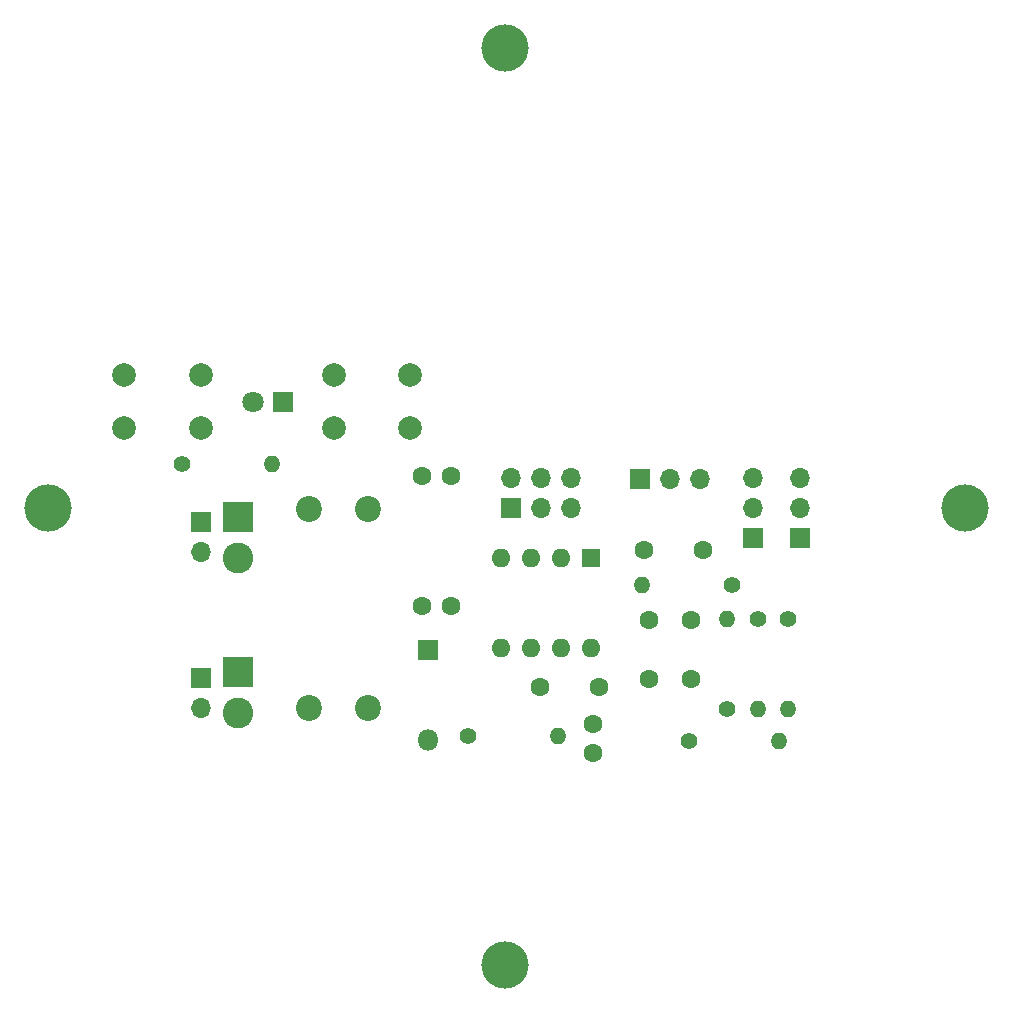
<source format=gbr>
%TF.GenerationSoftware,KiCad,Pcbnew,7.0.6*%
%TF.CreationDate,2023-08-07T22:53:29+02:00*%
%TF.ProjectId,attiny85_time_switch,61747469-6e79-4383-955f-74696d655f73,1.0*%
%TF.SameCoordinates,Original*%
%TF.FileFunction,Soldermask,Bot*%
%TF.FilePolarity,Negative*%
%FSLAX46Y46*%
G04 Gerber Fmt 4.6, Leading zero omitted, Abs format (unit mm)*
G04 Created by KiCad (PCBNEW 7.0.6) date 2023-08-07 22:53:29*
%MOMM*%
%LPD*%
G01*
G04 APERTURE LIST*
%ADD10C,4.000000*%
%ADD11C,1.400000*%
%ADD12O,1.400000X1.400000*%
%ADD13R,1.700000X1.700000*%
%ADD14O,1.700000X1.700000*%
%ADD15R,2.600000X2.600000*%
%ADD16C,2.600000*%
%ADD17R,1.800000X1.800000*%
%ADD18C,1.800000*%
%ADD19R,1.600000X1.600000*%
%ADD20O,1.600000X1.600000*%
%ADD21C,2.200000*%
%ADD22O,1.800000X1.800000*%
%ADD23C,1.600000*%
%ADD24C,2.000000*%
G04 APERTURE END LIST*
D10*
%TO.C,Case1*%
X112700000Y-91350000D03*
X151450000Y-52400000D03*
X151450000Y-130100000D03*
X190400000Y-91350000D03*
%TD*%
D11*
%TO.C,R1*%
X170200000Y-108410000D03*
D12*
X170200000Y-100790000D03*
%TD*%
D13*
%TO.C,J8*%
X125665000Y-105790000D03*
D14*
X125665000Y-108330000D03*
%TD*%
D15*
%TO.C,J4*%
X128767506Y-105262494D03*
D16*
X128767506Y-108762494D03*
%TD*%
D17*
%TO.C,D2*%
X132650000Y-82400000D03*
D18*
X130110000Y-82400000D03*
%TD*%
D19*
%TO.C,U1*%
X158700000Y-95600000D03*
D20*
X156160000Y-95600000D03*
X153620000Y-95600000D03*
X151080000Y-95600000D03*
X151080000Y-103220000D03*
X153620000Y-103220000D03*
X156160000Y-103220000D03*
X158700000Y-103220000D03*
%TD*%
D21*
%TO.C,F1*%
X139800000Y-91450000D03*
X134800000Y-91450000D03*
X139800000Y-108350000D03*
X134800000Y-108350000D03*
%TD*%
D11*
%TO.C,R7*%
X172800000Y-100790000D03*
D12*
X172800000Y-108410000D03*
%TD*%
D17*
%TO.C,D1*%
X144900000Y-103390000D03*
D22*
X144900000Y-111010000D03*
%TD*%
D13*
%TO.C,J5*%
X172400000Y-93940000D03*
D14*
X172400000Y-91400000D03*
X172400000Y-88860000D03*
%TD*%
D23*
%TO.C,C4*%
X167200000Y-100890000D03*
X167200000Y-105890000D03*
%TD*%
%TO.C,C7*%
X163600000Y-105890000D03*
X163600000Y-100890000D03*
%TD*%
D11*
%TO.C,R3*%
X148290000Y-110700000D03*
D12*
X155910000Y-110700000D03*
%TD*%
D11*
%TO.C,R6*%
X124090000Y-87650000D03*
D12*
X131710000Y-87650000D03*
%TD*%
D24*
%TO.C,SW1*%
X136900000Y-80150000D03*
X143400000Y-80150000D03*
X136900000Y-84650000D03*
X143400000Y-84650000D03*
%TD*%
D11*
%TO.C,R2*%
X175400000Y-100790000D03*
D12*
X175400000Y-108410000D03*
%TD*%
D13*
%TO.C,J2*%
X151910006Y-91399994D03*
D14*
X151910006Y-88859994D03*
X154450006Y-91399994D03*
X154450006Y-88859994D03*
X156990006Y-91399994D03*
X156990006Y-88859994D03*
%TD*%
D24*
%TO.C,SW2*%
X125650000Y-84650000D03*
X119150000Y-84650000D03*
X125650000Y-80150000D03*
X119150000Y-80150000D03*
%TD*%
D23*
%TO.C,C5*%
X163150000Y-94910000D03*
X168150000Y-94910000D03*
%TD*%
D11*
%TO.C,R5*%
X166990000Y-111100000D03*
D12*
X174610000Y-111100000D03*
%TD*%
D15*
%TO.C,J1*%
X128767506Y-92112494D03*
D16*
X128767506Y-95612494D03*
%TD*%
D23*
%TO.C,C6*%
X158900000Y-109650000D03*
X158900000Y-112150000D03*
%TD*%
D13*
%TO.C,J3*%
X162860000Y-88890000D03*
D14*
X165400000Y-88890000D03*
X167940000Y-88890000D03*
%TD*%
D13*
%TO.C,J7*%
X125700000Y-92590000D03*
D14*
X125700000Y-95130000D03*
%TD*%
D23*
%TO.C,C3*%
X159400000Y-106500000D03*
X154400000Y-106500000D03*
%TD*%
D13*
%TO.C,J6*%
X176400000Y-93940000D03*
D14*
X176400000Y-91400000D03*
X176400000Y-88860000D03*
%TD*%
D11*
%TO.C,R4*%
X170670000Y-97910000D03*
D12*
X163050000Y-97910000D03*
%TD*%
D23*
%TO.C,C2*%
X144350000Y-99700000D03*
X146850000Y-99700000D03*
%TD*%
%TO.C,C1*%
X144350000Y-88700000D03*
X146850000Y-88700000D03*
%TD*%
M02*

</source>
